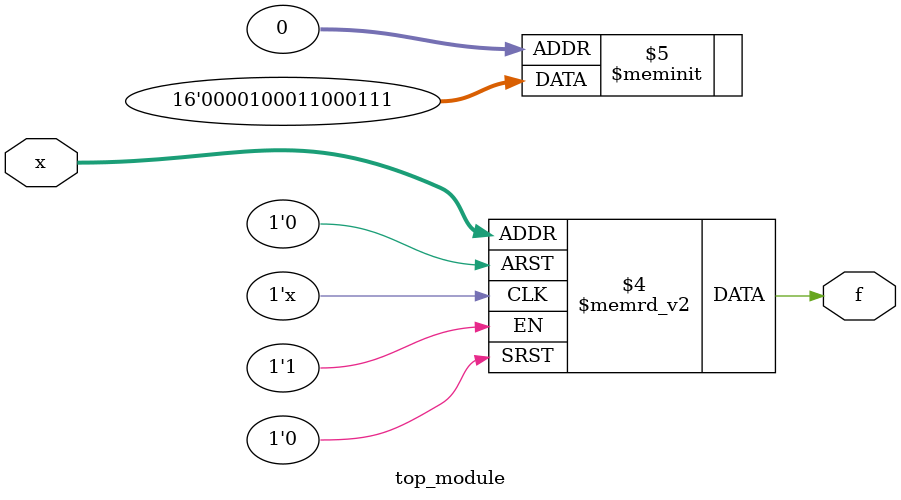
<source format=sv>
module top_module (
    input [4:1] x,
    output logic f
);

always_comb begin
    case (x)
        4'b0000: f = 1'b1;
        4'b0001: f = 1'b1;
        4'b0011: f = 1'b0;
        4'b0010: f = 1'b1;
        4'b0110: f = 1'b1;
        4'b0111: f = 1'b1;
        4'b1011: f = 1'b1;
        4'b1010: f = 1'b0;
        default: f = 1'b0;
    endcase
end

endmodule

</source>
